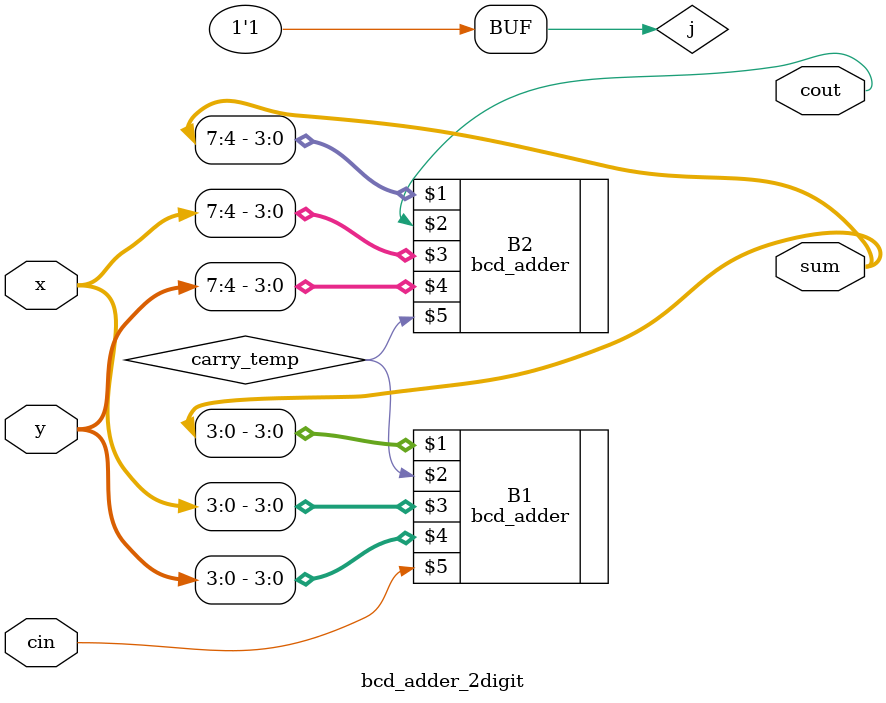
<source format=v>
module bcd_adder_2digit(sum,cout,x,y,cin);
	
	input [7:0] x,y;
	input cin;
	
	output [7:0] sum;
	output cout;

	wire carry_temp;

	genvar i;

	//assign N = 2;

	generate
		for(i = 0; i < 2; i = i + 1)
		begin
			assign j = 1;			
		end
	endgenerate
	
	bcd_adder B1(sum[3:0],carry_temp,x[3:0],y[3:0],cin);
	bcd_adder B2(sum[7:4],cout,x[7:4],y[7:4],carry_temp);
	

endmodule
</source>
